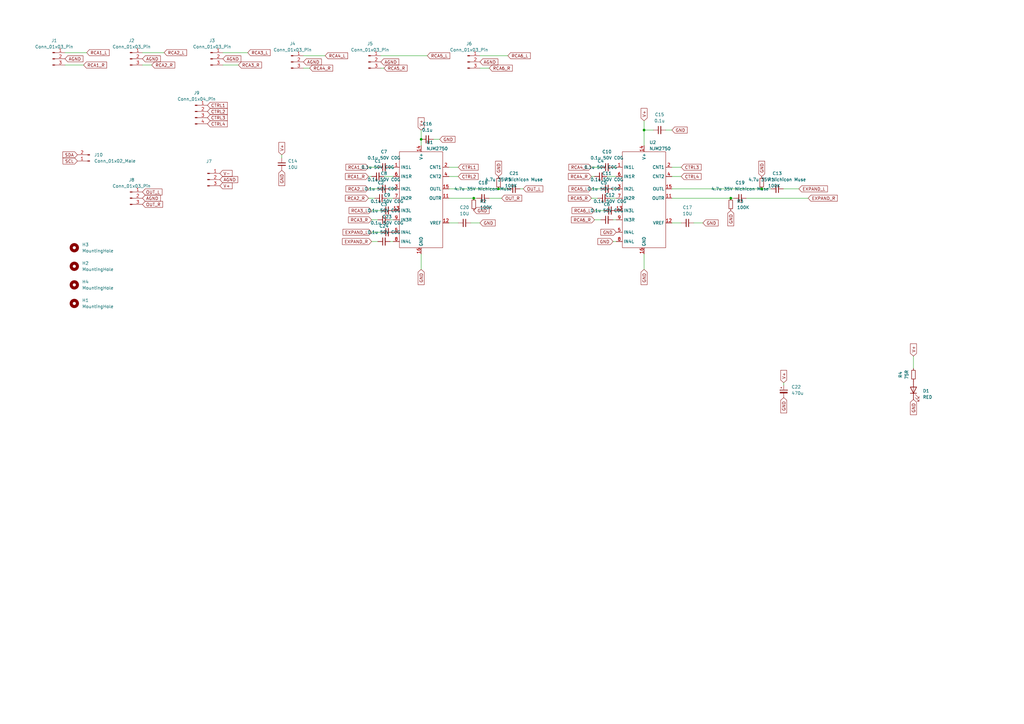
<source format=kicad_sch>
(kicad_sch (version 20231120) (generator "eeschema") (generator_version "8.0")
  (paper "A3")
  (lib_symbols
    (symbol "Connector:Conn_01x02_Male" (pin_names (offset 1.016) hide)
      (property "Reference" "J" (at 0 2.54 0))
      (property "Value" "Conn_01x02_Male" (at 0 -5.08 0))
      (symbol "Conn_01x02_Male_1_1"
        (polyline (pts (xy 1.27 -2.54) (xy 0.8636 -2.54)) (stroke (width 0.1524)))
        (polyline (pts (xy 1.27 0) (xy 0.8636 0)) (stroke (width 0.1524)))
        (rectangle (start 0.8636 -2.413) (end 0 -2.667) (stroke (width 0.1524)) (fill (type outline)))
        (rectangle (start 0.8636 0.127) (end 0 -0.127) (stroke (width 0.1524)) (fill (type outline)))
        (pin passive line (at 5.08 0 180) (length 3.81) (name "Pin_1") (number "1"))
        (pin passive line (at 5.08 -2.54 180) (length 3.81) (name "Pin_2") (number "2"))
      )
    )
    (symbol "Connector:Conn_01x03_Male" (pin_names (offset 1.016) hide)
      (property "Reference" "J" (at 0 5.08 0))
      (property "Value" "Conn_01x03_Male" (at 0 -5.08 0))
      (symbol "Conn_01x03_Male_1_1"
        (polyline (pts (xy 1.27 -2.54) (xy 0.8636 -2.54)) (stroke (width 0.1524)))
        (polyline (pts (xy 1.27 0) (xy 0.8636 0)) (stroke (width 0.1524)))
        (polyline (pts (xy 1.27 2.54) (xy 0.8636 2.54)) (stroke (width 0.1524)))
        (rectangle (start 0.8636 -2.413) (end 0 -2.667) (stroke (width 0.1524)) (fill (type outline)))
        (rectangle (start 0.8636 0.127) (end 0 -0.127) (stroke (width 0.1524)) (fill (type outline)))
        (rectangle (start 0.8636 2.667) (end 0 2.413) (stroke (width 0.1524)) (fill (type outline)))
        (pin passive line (at 5.08 2.54 180) (length 3.81) (name "Pin_1") (number "1"))
        (pin passive line (at 5.08 0 180) (length 3.81) (name "Pin_2") (number "2"))
        (pin passive line (at 5.08 -2.54 180) (length 3.81) (name "Pin_3") (number "3"))
      )
    )
    (symbol "Connector:Conn_01x03_Pin" (pin_names (offset 1.016) hide)
      (property "Reference" "J" (at 0 5.08 0))
      (property "Value" "Conn_01x03_Pin" (at 0 -5.08 0))
      (symbol "Conn_01x03_Pin_1_1"
        (polyline (pts (xy 1.27 -2.54) (xy 0.8636 -2.54)) (stroke (width 0.1524)))
        (polyline (pts (xy 1.27 0) (xy 0.8636 0)) (stroke (width 0.1524)))
        (polyline (pts (xy 1.27 2.54) (xy 0.8636 2.54)) (stroke (width 0.1524)))
        (rectangle (start 0.8636 -2.413) (end 0 -2.667) (stroke (width 0.1524)) (fill (type outline)))
        (rectangle (start 0.8636 0.127) (end 0 -0.127) (stroke (width 0.1524)) (fill (type outline)))
        (rectangle (start 0.8636 2.667) (end 0 2.413) (stroke (width 0.1524)) (fill (type outline)))
        (pin passive line (at 5.08 2.54 180) (length 3.81) (name "Pin_1") (number "1"))
        (pin passive line (at 5.08 0 180) (length 3.81) (name "Pin_2") (number "2"))
        (pin passive line (at 5.08 -2.54 180) (length 3.81) (name "Pin_3") (number "3"))
      )
    )
    (symbol "Connector:Conn_01x04_Pin" (pin_names (offset 1.016) hide)
      (property "Reference" "J" (at 0 5.08 0))
      (property "Value" "Conn_01x04_Pin" (at 0 -7.62 0))
      (symbol "Conn_01x04_Pin_1_1"
        (polyline (pts (xy 1.27 -5.08) (xy 0.8636 -5.08)) (stroke (width 0.1524)))
        (polyline (pts (xy 1.27 -2.54) (xy 0.8636 -2.54)) (stroke (width 0.1524)))
        (polyline (pts (xy 1.27 0) (xy 0.8636 0)) (stroke (width 0.1524)))
        (polyline (pts (xy 1.27 2.54) (xy 0.8636 2.54)) (stroke (width 0.1524)))
        (rectangle (start 0.8636 -4.953) (end 0 -5.207) (stroke (width 0.1524)) (fill (type outline)))
        (rectangle (start 0.8636 -2.413) (end 0 -2.667) (stroke (width 0.1524)) (fill (type outline)))
        (rectangle (start 0.8636 0.127) (end 0 -0.127) (stroke (width 0.1524)) (fill (type outline)))
        (rectangle (start 0.8636 2.667) (end 0 2.413) (stroke (width 0.1524)) (fill (type outline)))
        (pin passive line (at 5.08 2.54 180) (length 3.81) (name "Pin_1") (number "1"))
        (pin passive line (at 5.08 0 180) (length 3.81) (name "Pin_2") (number "2"))
        (pin passive line (at 5.08 -2.54 180) (length 3.81) (name "Pin_3") (number "3"))
        (pin passive line (at 5.08 -5.08 180) (length 3.81) (name "Pin_4") (number "4"))
      )
    )
    (symbol "Custom:NJM2750"
      (property "Reference" "U" (at 7.112 3.556 0))
      (symbol "NJM2750_0_1"
        (rectangle (start -8.89 44.45) (end 8.89 5.08))
      )
      (symbol "NJM2750_1_1"
        (pin input line (at -11.43 38.1 0) (length 2.54) (name "IN1L") (number "1"))
        (pin input line (at 11.43 25.4 180) (length 2.54) (name "OUTR") (number "11"))
        (pin input line (at 11.43 15.24 180) (length 2.54) (name "VREF") (number "12"))
        (pin input line (at -11.43 20.32 0) (length 2.54) (name "IN3L") (number "13"))
        (pin input line (at 0 46.99 270) (length 2.54) (name "V+") (number "14"))
        (pin input line (at 11.43 29.21 180) (length 2.54) (name "OUTL") (number "15"))
        (pin input line (at 0 2.54 90) (length 2.54) (name "GND") (number "16"))
        (pin input line (at 11.43 38.1 180) (length 2.54) (name "CNT1") (number "2"))
        (pin input line (at -11.43 29.21 0) (length 2.54) (name "IN2L") (number "3"))
        (pin input line (at 11.43 34.29 180) (length 2.54) (name "CNT2") (number "4"))
        (pin input line (at -11.43 11.43 0) (length 2.54) (name "IN4L") (number "5"))
        (pin input line (at -11.43 34.29 0) (length 2.54) (name "IN1R") (number "6"))
        (pin input line (at -11.43 25.4 0) (length 2.54) (name "IN2R") (number "7"))
        (pin input line (at -11.43 7.62 0) (length 2.54) (name "IN4L") (number "8"))
        (pin input line (at -11.43 16.51 0) (length 2.54) (name "IN3R") (number "9"))
      )
    )
    (symbol "Device:C_Polarized_Small" (pin_numbers hide) (pin_names (offset 0.254) hide)
      (property "Reference" "C" (at 0.254 1.778 0))
      (property "Value" "C_Polarized_Small" (at 0.254 -2.032 0))
      (symbol "C_Polarized_Small_0_1"
        (rectangle (start -1.524 -0.3048) (end 1.524 -0.6858) (fill (type outline)))
        (rectangle (start -1.524 0.6858) (end 1.524 0.3048))
        (polyline (pts (xy -1.27 1.524) (xy -0.762 1.524)))
        (polyline (pts (xy -1.016 1.27) (xy -1.016 1.778)))
      )
      (symbol "C_Polarized_Small_1_1"
        (pin passive line (at 0 2.54 270) (length 1.8542) (name "~") (number "1"))
        (pin passive line (at 0 -2.54 90) (length 1.8542) (name "~") (number "2"))
      )
    )
    (symbol "Device:C_Small" (pin_numbers hide) (pin_names (offset 0.254) hide)
      (property "Reference" "C" (at 0.254 1.778 0))
      (property "Value" "C_Small" (at 0.254 -2.032 0))
      (symbol "C_Small_0_1"
        (polyline (pts (xy -1.524 -0.508) (xy 1.524 -0.508)) (stroke (width 0.3302)))
        (polyline (pts (xy -1.524 0.508) (xy 1.524 0.508)) (stroke (width 0.3048)))
      )
      (symbol "C_Small_1_1"
        (pin passive line (at 0 2.54 270) (length 2.032) (name "~") (number "1"))
        (pin passive line (at 0 -2.54 90) (length 2.032) (name "~") (number "2"))
      )
    )
    (symbol "Device:LED" (pin_numbers hide) (pin_names (offset 1.016) hide)
      (property "Reference" "D" (at 0 2.54 0))
      (property "Value" "LED" (at 0 -2.54 0))
      (symbol "LED_0_1"
        (polyline (pts (xy -1.27 -1.27) (xy -1.27 1.27)) (stroke (width 0.254)))
        (polyline (pts (xy -1.27 0) (xy 1.27 0)))
        (polyline (pts (xy 1.27 -1.27) (xy 1.27 1.27) (xy -1.27 0) (xy 1.27 -1.27)) (stroke (width 0.254)))
        (polyline (pts (xy -3.048 -0.762) (xy -4.572 -2.286) (xy -3.81 -2.286) (xy -4.572 -2.286) (xy -4.572 -1.524)))
        (polyline (pts (xy -1.778 -0.762) (xy -3.302 -2.286) (xy -2.54 -2.286) (xy -3.302 -2.286) (xy -3.302 -1.524)))
      )
      (symbol "LED_1_1"
        (pin passive line (at -3.81 0 0) (length 2.54) (name "K") (number "1"))
        (pin passive line (at 3.81 0 180) (length 2.54) (name "A") (number "2"))
      )
    )
    (symbol "Device:R_Small" (pin_numbers hide) (pin_names (offset 0.254) hide)
      (property "Reference" "R" (at 0.762 0.508 0))
      (property "Value" "R_Small" (at 0.762 -1.016 0))
      (symbol "R_Small_0_1"
        (rectangle (start -0.762 1.778) (end 0.762 -1.778) (stroke (width 0.2032)))
      )
      (symbol "R_Small_1_1"
        (pin passive line (at 0 2.54 270) (length 0.762) (name "~") (number "1"))
        (pin passive line (at 0 -2.54 90) (length 0.762) (name "~") (number "2"))
      )
    )
    (symbol "Mechanical:MountingHole" (pin_names (offset 1.016))
      (property "Reference" "H" (at 0 5.08 0))
      (property "Value" "MountingHole" (at 0 3.175 0))
      (symbol "MountingHole_0_1"
        (circle (center 0 0) (radius 1.27) (stroke (width 1.27)))
      )
    )
  )
  (junction (at 194.31 81.28))
  (junction (at 204.47 77.47))
  (junction (at 312.42 77.47))
  (junction (at 172.72 57.15))
  (junction (at 264.16 53.34))
  (junction (at 299.72 81.28))
  (wire (pts (xy 251.46 90.17) (xy 252.73 90.17)))
  (wire (pts (xy 124.46 27.94) (xy 127 27.94)))
  (wire (pts (xy 196.85 91.44) (xy 193.04 91.44)))
  (wire (pts (xy 214.63 77.47) (xy 213.36 77.47)))
  (wire (pts (xy 187.96 91.44) (xy 184.15 91.44)))
  (wire (pts (xy 157.48 72.39) (xy 161.29 72.39)))
  (wire (pts (xy 152.4 86.36) (xy 156.21 86.36)))
  (wire (pts (xy 195.58 81.28) (xy 194.31 81.28)))
  (wire (pts (xy 242.57 81.28) (xy 245.11 81.28)))
  (wire (pts (xy 156.21 22.86) (xy 175.26 22.86)))
  (wire (pts (xy 172.72 53.34) (xy 172.72 57.15)))
  (wire (pts (xy 243.84 86.36) (xy 247.65 86.36)))
  (wire (pts (xy 312.42 77.47) (xy 275.59 77.47)))
  (wire (pts (xy 321.437 156.972) (xy 321.437 157.988)))
  (wire (pts (xy 172.72 110.49) (xy 172.72 104.14)))
  (wire (pts (xy 331.47 81.28) (xy 306.07 81.28)))
  (wire (pts (xy 152.4 95.25) (xy 156.21 95.25)))
  (wire (pts (xy 187.96 72.39) (xy 184.15 72.39)))
  (wire (pts (xy 279.4 72.39) (xy 275.59 72.39)))
  (wire (pts (xy 208.28 22.86) (xy 196.85 22.86)))
  (wire (pts (xy 91.44 26.67) (xy 97.79 26.67)))
  (wire (pts (xy 158.75 81.28) (xy 161.29 81.28)))
  (wire (pts (xy 279.4 68.58) (xy 275.59 68.58)))
  (wire (pts (xy 151.13 81.28) (xy 153.67 81.28)))
  (wire (pts (xy 160.02 77.47) (xy 161.29 77.47)))
  (wire (pts (xy 204.47 77.47) (xy 184.15 77.47)))
  (wire (pts (xy 264.16 110.49) (xy 264.16 104.14)))
  (wire (pts (xy 58.42 21.59) (xy 67.31 21.59)))
  (wire (pts (xy 248.92 72.39) (xy 252.73 72.39)))
  (wire (pts (xy 250.19 81.28) (xy 252.73 81.28)))
  (wire (pts (xy 160.02 68.58) (xy 161.29 68.58)))
  (wire (pts (xy 91.44 21.59) (xy 101.6 21.59)))
  (wire (pts (xy 205.74 81.28) (xy 200.66 81.28)))
  (wire (pts (xy 300.99 81.28) (xy 299.72 81.28)))
  (wire (pts (xy 316.23 77.47) (xy 312.42 77.47)))
  (wire (pts (xy 279.4 91.44) (xy 275.59 91.44)))
  (wire (pts (xy 151.13 77.47) (xy 154.94 77.47)))
  (wire (pts (xy 288.29 91.44) (xy 284.48 91.44)))
  (wire (pts (xy 264.16 49.53) (xy 264.16 53.34)))
  (wire (pts (xy 194.31 81.28) (xy 184.15 81.28)))
  (wire (pts (xy 151.13 72.39) (xy 152.4 72.39)))
  (wire (pts (xy 160.02 90.17) (xy 161.29 90.17)))
  (wire (pts (xy 327.66 77.47) (xy 321.31 77.47)))
  (wire (pts (xy 160.02 99.06) (xy 161.29 99.06)))
  (wire (pts (xy 208.28 77.47) (xy 204.47 77.47)))
  (wire (pts (xy 26.67 21.59) (xy 35.56 21.59)))
  (wire (pts (xy 115.57 63.5) (xy 115.57 64.77)))
  (wire (pts (xy 251.46 99.06) (xy 252.73 99.06)))
  (wire (pts (xy 124.46 22.86) (xy 133.35 22.86)))
  (wire (pts (xy 299.72 81.28) (xy 275.59 81.28)))
  (wire (pts (xy 251.46 68.58) (xy 252.73 68.58)))
  (wire (pts (xy 275.59 53.34) (xy 273.05 53.34)))
  (wire (pts (xy 267.97 53.34) (xy 264.16 53.34)))
  (wire (pts (xy 172.72 57.15) (xy 172.72 59.69)))
  (wire (pts (xy 26.67 26.67) (xy 34.29 26.67)))
  (wire (pts (xy 58.42 26.67) (xy 62.23 26.67)))
  (wire (pts (xy 242.57 77.47) (xy 246.38 77.47)))
  (wire (pts (xy 374.65 146.05) (xy 374.65 151.13)))
  (wire (pts (xy 196.85 27.94) (xy 200.66 27.94)))
  (wire (pts (xy 180.34 57.15) (xy 177.8 57.15)))
  (wire (pts (xy 242.57 68.58) (xy 246.38 68.58)))
  (wire (pts (xy 243.84 90.17) (xy 246.38 90.17)))
  (wire (pts (xy 152.4 90.17) (xy 154.94 90.17)))
  (wire (pts (xy 251.46 77.47) (xy 252.73 77.47)))
  (wire (pts (xy 156.21 27.94) (xy 157.48 27.94)))
  (wire (pts (xy 264.16 53.34) (xy 264.16 59.69)))
  (wire (pts (xy 151.13 68.58) (xy 154.94 68.58)))
  (wire (pts (xy 152.4 99.06) (xy 154.94 99.06)))
  (wire (pts (xy 242.57 72.39) (xy 243.84 72.39)))
  (wire (pts (xy 187.96 68.58) (xy 184.15 68.58)))
  (global_label "CTRL1" (shape input) (at 187.96 68.58 0) (property "Intersheetrefs" "${INTERSHEET_REFS}" (effects (hide yes))))
  (global_label "AGND" (shape input) (at 90.17 73.66 0) (property "Intersheetrefs" "${INTERSHEET_REFS}" (effects (hide yes))))
  (global_label "RCA2_R" (shape input) (at 151.13 81.28 180) (property "Intersheetrefs" "${INTERSHEET_REFS}" (effects (hide yes))))
  (global_label "GND" (shape input) (at 275.59 53.34 0) (property "Intersheetrefs" "${INTERSHEET_REFS}" (effects (hide yes))))
  (global_label "GND" (shape input) (at 374.65 163.83 270) (property "Intersheetrefs" "${INTERSHEET_REFS}" (effects (hide yes))))
  (global_label "RCA1_L" (shape input) (at 151.13 68.58 180) (property "Intersheetrefs" "${INTERSHEET_REFS}" (effects (hide yes))))
  (global_label "RCA6_R" (shape input) (at 243.84 90.17 180) (property "Intersheetrefs" "${INTERSHEET_REFS}" (effects (hide yes))))
  (global_label "RCA3_L" (shape input) (at 152.4 86.36 180) (property "Intersheetrefs" "${INTERSHEET_REFS}" (effects (hide yes))))
  (global_label "GND" (shape input) (at 299.72 86.36 270) (property "Intersheetrefs" "${INTERSHEET_REFS}" (effects (hide yes))))
  (global_label "RCA2_L" (shape input) (at 67.31 21.59 0) (property "Intersheetrefs" "${INTERSHEET_REFS}" (effects (hide yes))))
  (global_label "CTRL3" (shape input) (at 85.09 48.26 0) (property "Intersheetrefs" "${INTERSHEET_REFS}" (effects (hide yes))))
  (global_label "RCA3_R" (shape input) (at 97.79 26.67 0) (property "Intersheetrefs" "${INTERSHEET_REFS}" (effects (hide yes))))
  (global_label "RCA3_L" (shape input) (at 101.6 21.59 0) (property "Intersheetrefs" "${INTERSHEET_REFS}" (effects (hide yes))))
  (global_label "OUT_R" (shape input) (at 58.42 83.82 0) (property "Intersheetrefs" "${INTERSHEET_REFS}" (effects (hide yes))))
  (global_label "V+" (shape input) (at 321.437 156.972 90) (property "Intersheetrefs" "${INTERSHEET_REFS}" (effects (hide yes))))
  (global_label "CTRL3" (shape input) (at 279.4 68.58 0) (property "Intersheetrefs" "${INTERSHEET_REFS}" (effects (hide yes))))
  (global_label "GND" (shape input) (at 115.57 69.85 270) (property "Intersheetrefs" "${INTERSHEET_REFS}" (effects (hide yes))))
  (global_label "CTRL4" (shape input) (at 279.4 72.39 0) (property "Intersheetrefs" "${INTERSHEET_REFS}" (effects (hide yes))))
  (global_label "RCA6_R" (shape input) (at 200.66 27.94 0) (property "Intersheetrefs" "${INTERSHEET_REFS}" (effects (hide yes))))
  (global_label "RCA6_L" (shape input) (at 208.28 22.86 0) (property "Intersheetrefs" "${INTERSHEET_REFS}" (effects (hide yes))))
  (global_label "RCA5_L" (shape input) (at 175.26 22.86 0) (property "Intersheetrefs" "${INTERSHEET_REFS}" (effects (hide yes))))
  (global_label "RCA1_R" (shape input) (at 151.13 72.39 180) (property "Intersheetrefs" "${INTERSHEET_REFS}" (effects (hide yes))))
  (global_label "GND" (shape input) (at 321.437 163.068 270) (property "Intersheetrefs" "${INTERSHEET_REFS}" (effects (hide yes))))
  (global_label "V+" (shape input) (at 90.17 76.2 0) (property "Intersheetrefs" "${INTERSHEET_REFS}" (effects (hide yes))))
  (global_label "SCL" (shape input) (at 31.75 66.04 180) (property "Intersheetrefs" "${INTERSHEET_REFS}" (effects (hide yes))))
  (global_label "RCA4_R" (shape input) (at 127 27.94 0) (property "Intersheetrefs" "${INTERSHEET_REFS}" (effects (hide yes))))
  (global_label "AGND" (shape input) (at 26.67 24.13 0) (property "Intersheetrefs" "${INTERSHEET_REFS}" (effects (hide yes))))
  (global_label "CTRL2" (shape input) (at 85.09 45.72 0) (property "Intersheetrefs" "${INTERSHEET_REFS}" (effects (hide yes))))
  (global_label "GND" (shape input) (at 312.42 72.39 90) (property "Intersheetrefs" "${INTERSHEET_REFS}" (effects (hide yes))))
  (global_label "V+" (shape input) (at 172.72 53.34 90) (property "Intersheetrefs" "${INTERSHEET_REFS}" (effects (hide yes))))
  (global_label "RCA4_L" (shape input) (at 133.35 22.86 0) (property "Intersheetrefs" "${INTERSHEET_REFS}" (effects (hide yes))))
  (global_label "RCA1_R" (shape input) (at 34.29 26.67 0) (property "Intersheetrefs" "${INTERSHEET_REFS}" (effects (hide yes))))
  (global_label "RCA4_R" (shape input) (at 242.57 72.39 180) (property "Intersheetrefs" "${INTERSHEET_REFS}" (effects (hide yes))))
  (global_label "RCA6_L" (shape input) (at 243.84 86.36 180) (property "Intersheetrefs" "${INTERSHEET_REFS}" (effects (hide yes))))
  (global_label "EXPAND_R" (shape input) (at 152.4 99.06 180) (property "Intersheetrefs" "${INTERSHEET_REFS}" (effects (hide yes))))
  (global_label "GND" (shape input) (at 252.73 95.25 180) (property "Intersheetrefs" "${INTERSHEET_REFS}" (effects (hide yes))))
  (global_label "CTRL2" (shape input) (at 187.96 72.39 0) (property "Intersheetrefs" "${INTERSHEET_REFS}" (effects (hide yes))))
  (global_label "AGND" (shape input) (at 124.46 25.4 0) (property "Intersheetrefs" "${INTERSHEET_REFS}" (effects (hide yes))))
  (global_label "RCA1_L" (shape input) (at 35.56 21.59 0) (property "Intersheetrefs" "${INTERSHEET_REFS}" (effects (hide yes))))
  (global_label "GND" (shape input) (at 194.31 86.36 0) (property "Intersheetrefs" "${INTERSHEET_REFS}" (effects (hide yes))))
  (global_label "AGND" (shape input) (at 58.42 24.13 0) (property "Intersheetrefs" "${INTERSHEET_REFS}" (effects (hide yes))))
  (global_label "SDA" (shape input) (at 31.75 63.5 180) (property "Intersheetrefs" "${INTERSHEET_REFS}" (effects (hide yes))))
  (global_label "EXPAND_L" (shape input) (at 152.4 95.25 180) (property "Intersheetrefs" "${INTERSHEET_REFS}" (effects (hide yes))))
  (global_label "RCA4_L" (shape input) (at 242.57 68.58 180) (property "Intersheetrefs" "${INTERSHEET_REFS}" (effects (hide yes))))
  (global_label "V+" (shape input) (at 115.57 63.5 90) (property "Intersheetrefs" "${INTERSHEET_REFS}" (effects (hide yes))))
  (global_label "RCA5_R" (shape input) (at 242.57 81.28 180) (property "Intersheetrefs" "${INTERSHEET_REFS}" (effects (hide yes))))
  (global_label "OUT_L" (shape input) (at 58.42 78.74 0) (property "Intersheetrefs" "${INTERSHEET_REFS}" (effects (hide yes))))
  (global_label "V+" (shape input) (at 374.65 146.05 90) (property "Intersheetrefs" "${INTERSHEET_REFS}" (effects (hide yes))))
  (global_label "AGND" (shape input) (at 196.85 25.4 0) (property "Intersheetrefs" "${INTERSHEET_REFS}" (effects (hide yes))))
  (global_label "GND" (shape input) (at 180.34 57.15 0) (property "Intersheetrefs" "${INTERSHEET_REFS}" (effects (hide yes))))
  (global_label "OUT_R" (shape input) (at 205.74 81.28 0) (property "Intersheetrefs" "${INTERSHEET_REFS}" (effects (hide yes))))
  (global_label "RCA2_R" (shape input) (at 62.23 26.67 0) (property "Intersheetrefs" "${INTERSHEET_REFS}" (effects (hide yes))))
  (global_label "GND" (shape input) (at 264.16 110.49 270) (property "Intersheetrefs" "${INTERSHEET_REFS}" (effects (hide yes))))
  (global_label "CTRL4" (shape input) (at 85.09 50.8 0) (property "Intersheetrefs" "${INTERSHEET_REFS}" (effects (hide yes))))
  (global_label "AGND" (shape input) (at 58.42 81.28 0) (property "Intersheetrefs" "${INTERSHEET_REFS}" (effects (hide yes))))
  (global_label "RCA5_L" (shape input) (at 242.57 77.47 180) (property "Intersheetrefs" "${INTERSHEET_REFS}" (effects (hide yes))))
  (global_label "RCA5_R" (shape input) (at 157.48 27.94 0) (property "Intersheetrefs" "${INTERSHEET_REFS}" (effects (hide yes))))
  (global_label "RCA3_R" (shape input) (at 152.4 90.17 180) (property "Intersheetrefs" "${INTERSHEET_REFS}" (effects (hide yes))))
  (global_label "V+" (shape input) (at 264.16 49.53 90) (property "Intersheetrefs" "${INTERSHEET_REFS}" (effects (hide yes))))
  (global_label "AGND" (shape input) (at 156.21 25.4 0) (property "Intersheetrefs" "${INTERSHEET_REFS}" (effects (hide yes))))
  (global_label "GND" (shape input) (at 251.46 99.06 180) (property "Intersheetrefs" "${INTERSHEET_REFS}" (effects (hide yes))))
  (global_label "GND" (shape input) (at 196.85 91.44 0) (property "Intersheetrefs" "${INTERSHEET_REFS}" (effects (hide yes))))
  (global_label "GND" (shape input) (at 204.47 72.39 90) (property "Intersheetrefs" "${INTERSHEET_REFS}" (effects (hide yes))))
  (global_label "RCA2_L" (shape input) (at 151.13 77.47 180) (property "Intersheetrefs" "${INTERSHEET_REFS}" (effects (hide yes))))
  (global_label "AGND" (shape input) (at 91.44 24.13 0) (property "Intersheetrefs" "${INTERSHEET_REFS}" (effects (hide yes))))
  (global_label "CTRL1" (shape input) (at 85.09 43.18 0) (property "Intersheetrefs" "${INTERSHEET_REFS}" (effects (hide yes))))
  (global_label "EXPAND_L" (shape input) (at 327.66 77.47 0) (property "Intersheetrefs" "${INTERSHEET_REFS}" (effects (hide yes))))
  (global_label "GND" (shape input) (at 172.72 110.49 270) (property "Intersheetrefs" "${INTERSHEET_REFS}" (effects (hide yes))))
  (global_label "OUT_L" (shape input) (at 214.63 77.47 0) (property "Intersheetrefs" "${INTERSHEET_REFS}" (effects (hide yes))))
  (global_label "GND" (shape input) (at 288.29 91.44 0) (property "Intersheetrefs" "${INTERSHEET_REFS}" (effects (hide yes))))
  (global_label "V-" (shape input) (at 90.17 71.12 0) (property "Intersheetrefs" "${INTERSHEET_REFS}" (effects (hide yes))))
  (global_label "EXPAND_R" (shape input) (at 331.47 81.28 0) (property "Intersheetrefs" "${INTERSHEET_REFS}" (effects (hide yes))))
  (symbol (lib_id "Device:C_Small") (at 158.75 95.25 90) (unit 1)
    (property "Reference" "C23" (at 158.7563 88.9 90))
    (property "Value" "0.1u 50V C0G" (at 158.7563 91.44 90))
    (property "Footprint" "Capacitor_SMD:C_1206_3216Metric_Pad1.33x1.80mm_HandSolder" (effects (hide yes)))
    (property "Description" "Unpolarized capacitor, small symbol" (effects (hide yes)))
    (property "Mouser" "81-GRM3195C1H104JA5D" (effects (hide yes)))
  )
  (symbol (lib_id "Device:C_Small") (at 318.77 77.47 270) (unit 1)
    (property "Reference" "C13" (at 318.7636 71.12 90))
    (property "Value" "4.7u 35V Nichicon Muse" (at 318.7636 73.66 90))
    (property "Footprint" "Capacitor_THT:CP_Radial_D5.0mm_P2.00mm" (effects (hide yes)))
    (property "Description" "Unpolarized capacitor, small symbol" (effects (hide yes)))
  )
  (symbol (lib_id "Connector:Conn_01x02_Male") (at 36.83 66.04 180) (unit 1)
    (property "Reference" "J10" (at 38.608 63.4999 0) (effects (justify right)))
    (property "Value" "Conn_01x02_Male" (at 38.608 66.0399 0) (effects (justify right)))
    (property "Footprint" "Connector_JST:JST_PH_B2B-PH-K_1x02_P2.00mm_Vertical" (effects (hide yes)))
  )
  (symbol (lib_id "Device:R_Small") (at 299.72 83.82 180) (unit 1)
    (property "Reference" "R3" (at 302.26 82.5499 0) (effects (justify right)))
    (property "Value" "100K" (at 302.26 85.0899 0) (effects (justify right)))
    (property "Footprint" "Resistor_SMD:R_0603_1608Metric_Pad0.98x0.95mm_HandSolder" (effects (hide yes)))
    (property "Description" "Resistor, small symbol" (effects (hide yes)))
    (property "Mouser" "603-AT0603FRE07100KL" (effects (hide yes)))
  )
  (symbol (lib_id "Device:C_Small") (at 247.65 81.28 90) (unit 1)
    (property "Reference" "C5" (at 247.6563 74.93 90))
    (property "Value" "0.1u 50V C0G" (at 247.6563 77.47 90))
    (property "Footprint" "Capacitor_SMD:C_1206_3216Metric_Pad1.33x1.80mm_HandSolder" (effects (hide yes)))
    (property "Description" "Unpolarized capacitor, small symbol" (effects (hide yes)))
    (property "Mouser" "81-GRM3195C1H104JA5D" (effects (hide yes)))
  )
  (symbol (lib_id "Device:C_Small") (at 248.92 90.17 90) (unit 1)
    (property "Reference" "C6" (at 248.9263 83.82 90))
    (property "Value" "0.1u 50V C0G" (at 248.9263 86.36 90))
    (property "Footprint" "Capacitor_SMD:C_1206_3216Metric_Pad1.33x1.80mm_HandSolder" (effects (hide yes)))
    (property "Description" "Unpolarized capacitor, small symbol" (effects (hide yes)))
    (property "Mouser" "81-GRM3195C1H104JA5D" (effects (hide yes)))
  )
  (symbol (lib_id "Device:C_Small") (at 246.38 72.39 90) (unit 1)
    (property "Reference" "C4" (at 246.3863 66.04 90))
    (property "Value" "0.1u 50V C0G" (at 246.3863 68.58 90))
    (property "Footprint" "Capacitor_SMD:C_1206_3216Metric_Pad1.33x1.80mm_HandSolder" (effects (hide yes)))
    (property "Description" "Unpolarized capacitor, small symbol" (effects (hide yes)))
    (property "Mouser" "81-GRM3195C1H104JA5D" (effects (hide yes)))
  )
  (symbol (lib_id "Connector:Conn_01x03_Pin") (at 21.59 24.13 0) (unit 1)
    (property "Reference" "J1" (at 22.225 16.637 0))
    (property "Value" "Conn_01x03_Pin" (at 22.225 19.177 0))
    (property "Footprint" "Connector_JST:JST_PH_B3B-PH-K_1x03_P2.00mm_Vertical" (effects (hide yes)))
  )
  (symbol (lib_id "Device:C_Small") (at 270.51 53.34 90) (unit 1)
    (property "Reference" "C15" (at 270.5163 46.99 90))
    (property "Value" "0.1u" (at 270.5163 49.53 90))
    (property "Footprint" "Capacitor_SMD:C_0805_2012Metric_Pad1.18x1.45mm_HandSolder" (effects (hide yes)))
    (property "Description" "Unpolarized capacitor, small symbol" (effects (hide yes)))
  )
  (symbol (lib_id "Device:C_Small") (at 175.26 57.15 90) (unit 1)
    (property "Reference" "C16" (at 175.2663 50.8 90))
    (property "Value" "0.1u" (at 175.2663 53.34 90))
    (property "Footprint" "Capacitor_SMD:C_0805_2012Metric_Pad1.18x1.45mm_HandSolder" (effects (hide yes)))
    (property "Description" "Unpolarized capacitor, small symbol" (effects (hide yes)))
  )
  (symbol (lib_id "Device:R_Small") (at 312.42 74.93 0) (unit 1)
    (property "Reference" "R1" (at 314.96 73.6599 0) (effects (justify left)))
    (property "Value" "100K" (at 314.96 76.1999 0) (effects (justify left)))
    (property "Footprint" "Resistor_SMD:R_0603_1608Metric_Pad0.98x0.95mm_HandSolder" (effects (hide yes)))
    (property "Description" "Resistor, small symbol" (effects (hide yes)))
    (property "Mouser" "603-AT0603FRE07100KL" (effects (hide yes)))
  )
  (symbol (lib_id "Connector:Conn_01x03_Pin") (at 151.13 25.4 0) (unit 1)
    (property "Reference" "J5" (at 151.765 17.907 0))
    (property "Value" "Conn_01x03_Pin" (at 151.765 20.447 0))
    (property "Footprint" "Connector_JST:JST_PH_B3B-PH-K_1x03_P2.00mm_Vertical" (effects (hide yes)))
  )
  (symbol (lib_id "Device:C_Small") (at 210.82 77.47 270) (unit 1)
    (property "Reference" "C21" (at 210.8136 71.12 90))
    (property "Value" "4.7u 35V Nichicon Muse" (at 210.8136 73.66 90))
    (property "Footprint" "Capacitor_THT:CP_Radial_D5.0mm_P2.00mm" (effects (hide yes)))
    (property "Description" "Unpolarized capacitor, small symbol" (effects (hide yes)))
  )
  (symbol (lib_id "Mechanical:MountingHole") (at 30.48 116.84 0) (unit 1)
    (property "Reference" "H4" (at 33.655 115.5699 0) (effects (justify left)))
    (property "Value" "MountingHole" (at 33.655 118.1099 0) (effects (justify left)))
    (property "Footprint" "MountingHole:MountingHole_3.2mm_M3_DIN965_Pad_TopOnly" (effects (hide yes)))
  )
  (symbol (lib_id "Device:C_Small") (at 281.94 91.44 270) (unit 1)
    (property "Reference" "C17" (at 281.9336 85.09 90))
    (property "Value" "10U" (at 281.9336 87.63 90))
    (property "Footprint" "Capacitor_SMD:C_1206_3216Metric_Pad1.33x1.80mm_HandSolder" (effects (hide yes)))
    (property "Description" "Unpolarized capacitor, small symbol" (effects (hide yes)))
  )
  (symbol (lib_id "Device:LED") (at 374.65 160.02 90) (unit 1)
    (property "Reference" "D1" (at 378.46 160.3374 90) (effects (justify right)))
    (property "Value" "RED" (at 378.46 162.8774 90) (effects (justify right)))
    (property "Footprint" "LED_SMD:LED_0805_2012Metric" (effects (hide yes)))
    (property "Description" "Light emitting diode" (effects (hide yes)))
  )
  (symbol (lib_id "Device:C_Small") (at 250.19 86.36 90) (unit 1)
    (property "Reference" "C12" (at 250.1963 80.01 90))
    (property "Value" "0.1u 50V C0G" (at 250.1963 82.55 90))
    (property "Footprint" "Capacitor_SMD:C_1206_3216Metric_Pad1.33x1.80mm_HandSolder" (effects (hide yes)))
    (property "Description" "Unpolarized capacitor, small symbol" (effects (hide yes)))
    (property "Mouser" "81-GRM3195C1H104JA5D" (effects (hide yes)))
  )
  (symbol (lib_id "Device:C_Small") (at 248.92 68.58 90) (unit 1)
    (property "Reference" "C10" (at 248.9263 62.23 90))
    (property "Value" "0.1u 50V C0G" (at 248.9263 64.77 90))
    (property "Footprint" "Capacitor_SMD:C_1206_3216Metric_Pad1.33x1.80mm_HandSolder" (effects (hide yes)))
    (property "Description" "Unpolarized capacitor, small symbol" (effects (hide yes)))
    (property "Mouser" "81-GRM3195C1H104JA5D" (effects (hide yes)))
  )
  (symbol (lib_id "Device:C_Small") (at 190.5 91.44 270) (unit 1)
    (property "Reference" "C20" (at 190.4936 85.09 90))
    (property "Value" "10U" (at 190.4936 87.63 90))
    (property "Footprint" "Capacitor_SMD:C_1206_3216Metric_Pad1.33x1.80mm_HandSolder" (effects (hide yes)))
    (property "Description" "Unpolarized capacitor, small symbol" (effects (hide yes)))
  )
  (symbol (lib_id "Mechanical:MountingHole") (at 30.48 101.6 0) (unit 1)
    (property "Reference" "H3" (at 33.655 100.3299 0) (effects (justify left)))
    (property "Value" "MountingHole" (at 33.655 102.8699 0) (effects (justify left)))
    (property "Footprint" "MountingHole:MountingHole_3.2mm_M3_DIN965_Pad_TopOnly" (effects (hide yes)))
  )
  (symbol (lib_id "Device:C_Small") (at 157.48 77.47 90) (unit 1)
    (property "Reference" "C8" (at 157.4863 71.12 90))
    (property "Value" "0.1u 50V C0G" (at 157.4863 73.66 90))
    (property "Footprint" "Capacitor_SMD:C_1206_3216Metric_Pad1.33x1.80mm_HandSolder" (effects (hide yes)))
    (property "Description" "Unpolarized capacitor, small symbol" (effects (hide yes)))
    (property "Mouser" "81-GRM3195C1H104JA5D" (effects (hide yes)))
  )
  (symbol (lib_id "Device:C_Small") (at 198.12 81.28 270) (unit 1)
    (property "Reference" "C18" (at 198.1136 74.93 90))
    (property "Value" "4.7u 35V Nichicon Muse" (at 198.1136 77.47 90))
    (property "Footprint" "Capacitor_THT:CP_Radial_D5.0mm_P2.00mm" (effects (hide yes)))
    (property "Description" "Unpolarized capacitor, small symbol" (effects (hide yes)))
  )
  (symbol (lib_id "Device:C_Small") (at 157.48 68.58 90) (unit 1)
    (property "Reference" "C7" (at 157.4863 62.23 90))
    (property "Value" "0.1u 50V C0G" (at 157.4863 64.77 90))
    (property "Footprint" "Capacitor_SMD:C_1206_3216Metric_Pad1.33x1.80mm_HandSolder" (effects (hide yes)))
    (property "Description" "Unpolarized capacitor, small symbol" (effects (hide yes)))
    (property "Mouser" "81-GRM3195C1H104JA5D" (effects (hide yes)))
  )
  (symbol (lib_id "Connector:Conn_01x03_Male") (at 85.09 73.66 0) (unit 1)
    (property "Reference" "J7" (at 85.725 66.167 0))
    (property "Value" "Conn_01x03_Male" (effects (hide yes)))
    (property "Footprint" "Connector_JST:JST_PH_B3B-PH-K_1x03_P2.00mm_Vertical" (effects (hide yes)))
  )
  (symbol (lib_id "Device:C_Small") (at 157.48 99.06 90) (unit 1)
    (property "Reference" "C24" (at 157.4863 92.71 90))
    (property "Value" "0.1u 50V C0G" (at 157.4863 95.25 90))
    (property "Footprint" "Capacitor_SMD:C_1206_3216Metric_Pad1.33x1.80mm_HandSolder" (effects (hide yes)))
    (property "Description" "Unpolarized capacitor, small symbol" (effects (hide yes)))
    (property "Mouser" "81-GRM3195C1H104JA5D" (effects (hide yes)))
  )
  (symbol (lib_id "Custom:NJM2750") (at 172.72 106.68 0) (unit 1)
    (property "Reference" "U1" (at 174.9141 58.42 0) (effects (justify left)))
    (property "Value" "NJM2750" (at 174.9141 60.96 0) (effects (justify left)))
    (property "Footprint" "Package_SO:SOP-16_4.4x10.4mm_P1.27mm" (effects (hide yes)))
    (property "Mouser" "NJM2750M" (effects (hide yes)))
  )
  (symbol (lib_id "Connector:Conn_01x04_Pin") (at 80.01 45.72 0) (unit 1)
    (property "Reference" "J9" (at 80.645 38.1 0))
    (property "Value" "Conn_01x04_Pin" (at 80.645 40.64 0))
    (property "Footprint" "Connector_JST:JST_PH_B4B-PH-K_1x04_P2.00mm_Vertical" (effects (hide yes)))
    (property "Description" "Generic connector, single row, 01x04, script generated" (effects (hide yes)))
  )
  (symbol (lib_id "Connector:Conn_01x03_Pin") (at 119.38 25.4 0) (unit 1)
    (property "Reference" "J4" (at 120.015 17.907 0))
    (property "Value" "Conn_01x03_Pin" (at 120.015 20.447 0))
    (property "Footprint" "Connector_JST:JST_PH_B3B-PH-K_1x03_P2.00mm_Vertical" (effects (hide yes)))
  )
  (symbol (lib_id "Connector:Conn_01x03_Pin") (at 53.34 24.13 0) (unit 1)
    (property "Reference" "J2" (at 53.975 16.637 0))
    (property "Value" "Conn_01x03_Pin" (at 53.975 19.177 0))
    (property "Footprint" "Connector_JST:JST_PH_B3B-PH-K_1x03_P2.00mm_Vertical" (effects (hide yes)))
  )
  (symbol (lib_id "Device:C_Small") (at 303.53 81.28 270) (unit 1)
    (property "Reference" "C19" (at 303.53 74.93 90))
    (property "Value" "4.7u 35V Nichicon Muse" (at 303.53 77.47 90))
    (property "Footprint" "Capacitor_THT:CP_Radial_D5.0mm_P2.00mm" (effects (hide yes)))
    (property "Description" "Unpolarized capacitor, small symbol" (effects (hide yes)))
  )
  (symbol (lib_id "Device:R_Small") (at 374.65 153.67 180) (unit 1)
    (property "Reference" "R4" (at 369.316 153.67 90))
    (property "Value" "75R" (at 371.856 153.67 90))
    (property "Footprint" "Resistor_SMD:R_0603_1608Metric_Pad0.98x0.95mm_HandSolder" (effects (hide yes)))
  )
  (symbol (lib_id "Connector:Conn_01x03_Pin") (at 86.36 24.13 0) (unit 1)
    (property "Reference" "J3" (at 86.995 16.637 0))
    (property "Value" "Conn_01x03_Pin" (at 86.995 19.177 0))
    (property "Footprint" "Connector_JST:JST_PH_B3B-PH-K_1x03_P2.00mm_Vertical" (effects (hide yes)))
  )
  (symbol (lib_id "Connector:Conn_01x03_Pin") (at 191.77 25.4 0) (unit 1)
    (property "Reference" "J6" (at 192.405 17.907 0))
    (property "Value" "Conn_01x03_Pin" (at 192.405 20.447 0))
    (property "Footprint" "Connector_JST:JST_PH_B3B-PH-K_1x03_P2.00mm_Vertical" (effects (hide yes)))
  )
  (symbol (lib_id "Connector:Conn_01x03_Pin") (at 53.34 81.28 0) (unit 1)
    (property "Reference" "J8" (at 53.975 73.787 0))
    (property "Value" "Conn_01x03_Pin" (at 53.975 76.327 0))
    (property "Footprint" "Connector_JST:JST_PH_B3B-PH-K_1x03_P2.00mm_Vertical" (effects (hide yes)))
  )
  (symbol (lib_id "Device:C_Small") (at 157.48 90.17 90) (unit 1)
    (property "Reference" "C3" (at 157.4863 83.82 90))
    (property "Value" "0.1u 50V C0G" (at 157.4863 86.36 90))
    (property "Footprint" "Capacitor_SMD:C_1206_3216Metric_Pad1.33x1.80mm_HandSolder" (effects (hide yes)))
    (property "Description" "Unpolarized capacitor, small symbol" (effects (hide yes)))
    (property "Mouser" "81-GRM3195C1H104JA5D" (effects (hide yes)))
  )
  (symbol (lib_id "Mechanical:MountingHole") (at 30.48 124.46 0) (unit 1)
    (property "Reference" "H1" (at 33.655 123.1899 0) (effects (justify left)))
    (property "Value" "MountingHole" (at 33.655 125.7299 0) (effects (justify left)))
    (property "Footprint" "MountingHole:MountingHole_3.2mm_M3_DIN965_Pad_TopOnly" (effects (hide yes)))
  )
  (symbol (lib_id "Device:C_Polarized_Small") (at 321.437 160.528 0) (unit 1)
    (property "Reference" "C22" (at 324.612 158.7119 0) (effects (justify left)))
    (property "Value" "470u" (at 324.612 161.2519 0) (effects (justify left)))
    (property "Footprint" "Capacitor_THT:CP_Radial_D6.3mm_P2.50mm" (effects (hide yes)))
  )
  (symbol (lib_id "Device:C_Small") (at 115.57 67.31 0) (unit 1)
    (property "Reference" "C14" (at 118.11 66.0462 0) (effects (justify left)))
    (property "Value" "10U" (at 118.11 68.5862 0) (effects (justify left)))
    (property "Footprint" "Capacitor_SMD:C_1206_3216Metric_Pad1.33x1.80mm_HandSolder" (effects (hide yes)))
    (property "Description" "Unpolarized capacitor, small symbol" (effects (hide yes)))
  )
  (symbol (lib_id "Mechanical:MountingHole") (at 30.48 109.22 0) (unit 1)
    (property "Reference" "H2" (at 33.655 107.9499 0) (effects (justify left)))
    (property "Value" "MountingHole" (at 33.655 110.4899 0) (effects (justify left)))
    (property "Footprint" "MountingHole:MountingHole_3.2mm_M3_DIN965_Pad_TopOnly" (effects (hide yes)))
  )
  (symbol (lib_id "Device:R_Small") (at 194.31 83.82 180) (unit 1)
    (property "Reference" "R2" (at 196.85 82.5499 0) (effects (justify right)))
    (property "Value" "100K" (at 196.85 85.0899 0) (effects (justify right)))
    (property "Footprint" "Resistor_SMD:R_0603_1608Metric_Pad0.98x0.95mm_HandSolder" (effects (hide yes)))
    (property "Description" "Resistor, small symbol" (effects (hide yes)))
    (property "Mouser" "603-AT0603FRE07100KL" (effects (hide yes)))
  )
  (symbol (lib_id "Device:C_Small") (at 248.92 77.47 90) (unit 1)
    (property "Reference" "C11" (at 248.9263 71.12 90))
    (property "Value" "0.1u 50V C0G" (at 248.9263 73.66 90))
    (property "Footprint" "Capacitor_SMD:C_1206_3216Metric_Pad1.33x1.80mm_HandSolder" (effects (hide yes)))
    (property "Description" "Unpolarized capacitor, small symbol" (effects (hide yes)))
    (property "Mouser" "81-GRM3195C1H104JA5D" (effects (hide yes)))
  )
  (symbol (lib_id "Device:C_Small") (at 156.21 81.28 90) (unit 1)
    (property "Reference" "C2" (at 156.2163 74.93 90))
    (property "Value" "0.1u 50V C0G" (at 156.2163 77.47 90))
    (property "Footprint" "Capacitor_SMD:C_1206_3216Metric_Pad1.33x1.80mm_HandSolder" (effects (hide yes)))
    (property "Description" "Unpolarized capacitor, small symbol" (effects (hide yes)))
    (property "Mouser" "81-GRM3195C1H104JA5D" (effects (hide yes)))
  )
  (symbol (lib_id "Device:C_Small") (at 154.94 72.39 90) (unit 1)
    (property "Reference" "C1" (at 154.9463 66.04 90))
    (property "Value" "0.1u 50V C0G" (at 154.9463 68.58 90))
    (property "Footprint" "Capacitor_SMD:C_1206_3216Metric_Pad1.33x1.80mm_HandSolder" (effects (hide yes)))
    (property "Description" "Unpolarized capacitor, small symbol" (effects (hide yes)))
    (property "Mouser" "81-GRM3195C1H104JA5D" (effects (hide yes)))
  )
  (symbol (lib_id "Device:C_Small") (at 158.75 86.36 90) (unit 1)
    (property "Reference" "C9" (at 158.7563 80.01 90))
    (property "Value" "0.1u 50V C0G" (at 158.7563 82.55 90))
    (property "Footprint" "Capacitor_SMD:C_1206_3216Metric_Pad1.33x1.80mm_HandSolder" (effects (hide yes)))
    (property "Description" "Unpolarized capacitor, small symbol" (effects (hide yes)))
    (property "Mouser" "81-GRM3195C1H104JA5D" (effects (hide yes)))
  )
  (symbol (lib_id "Device:R_Small") (at 204.47 74.93 0) (unit 1)
    (property "Reference" "R5" (at 207.01 73.6599 0) (effects (justify left)))
    (property "Value" "100K" (at 207.01 76.1999 0) (effects (justify left)))
    (property "Footprint" "Resistor_SMD:R_0603_1608Metric_Pad0.98x0.95mm_HandSolder" (effects (hide yes)))
    (property "Description" "Resistor, small symbol" (effects (hide yes)))
    (property "Mouser" "603-AT0603FRE07100KL" (effects (hide yes)))
  )
  (symbol (lib_id "Custom:NJM2750") (at 264.16 106.68 0) (unit 1)
    (property "Reference" "U2" (at 266.3541 58.42 0) (effects (justify left)))
    (property "Value" "NJM2750" (at 266.3541 60.96 0) (effects (justify left)))
    (property "Footprint" "Package_SO:SOP-16_4.4x10.4mm_P1.27mm" (effects (hide yes)))
    (property "Mouser" "NJM2750M" (effects (hide yes)))
  )
)
</source>
